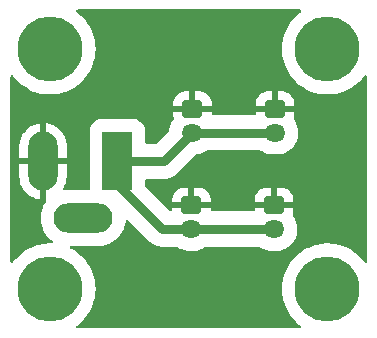
<source format=gbr>
%TF.GenerationSoftware,KiCad,Pcbnew,(6.0.8)*%
%TF.CreationDate,2023-02-02T02:04:23+02:00*%
%TF.ProjectId,dc_ph2_converter,64635f70-6832-45f6-936f-6e7665727465,rev?*%
%TF.SameCoordinates,Original*%
%TF.FileFunction,Copper,L2,Bot*%
%TF.FilePolarity,Positive*%
%FSLAX46Y46*%
G04 Gerber Fmt 4.6, Leading zero omitted, Abs format (unit mm)*
G04 Created by KiCad (PCBNEW (6.0.8)) date 2023-02-02 02:04:23*
%MOMM*%
%LPD*%
G01*
G04 APERTURE LIST*
G04 Aperture macros list*
%AMRoundRect*
0 Rectangle with rounded corners*
0 $1 Rounding radius*
0 $2 $3 $4 $5 $6 $7 $8 $9 X,Y pos of 4 corners*
0 Add a 4 corners polygon primitive as box body*
4,1,4,$2,$3,$4,$5,$6,$7,$8,$9,$2,$3,0*
0 Add four circle primitives for the rounded corners*
1,1,$1+$1,$2,$3*
1,1,$1+$1,$4,$5*
1,1,$1+$1,$6,$7*
1,1,$1+$1,$8,$9*
0 Add four rect primitives between the rounded corners*
20,1,$1+$1,$2,$3,$4,$5,0*
20,1,$1+$1,$4,$5,$6,$7,0*
20,1,$1+$1,$6,$7,$8,$9,0*
20,1,$1+$1,$8,$9,$2,$3,0*%
G04 Aperture macros list end*
%TA.AperFunction,ComponentPad*%
%ADD10C,5.500000*%
%TD*%
%TA.AperFunction,ComponentPad*%
%ADD11RoundRect,0.312500X-0.562500X0.437500X-0.562500X-0.437500X0.562500X-0.437500X0.562500X0.437500X0*%
%TD*%
%TA.AperFunction,ComponentPad*%
%ADD12O,1.750000X1.500000*%
%TD*%
%TA.AperFunction,ComponentPad*%
%ADD13R,2.500000X5.000000*%
%TD*%
%TA.AperFunction,ComponentPad*%
%ADD14O,2.500000X5.000000*%
%TD*%
%TA.AperFunction,ComponentPad*%
%ADD15O,5.000000X2.500000*%
%TD*%
%TA.AperFunction,Conductor*%
%ADD16C,0.800000*%
%TD*%
%TA.AperFunction,Conductor*%
%ADD17C,0.250000*%
%TD*%
G04 APERTURE END LIST*
D10*
%TO.P,,1*%
%TO.N,N/C*%
X93345000Y-78740000D03*
%TD*%
%TO.P,,1*%
%TO.N,N/C*%
X116840000Y-58420000D03*
%TD*%
%TO.P,,1*%
%TO.N,N/C*%
X116840000Y-78740000D03*
%TD*%
%TO.P,REF\u002A\u002A,1*%
%TO.N,N/C*%
X93345000Y-58420000D03*
%TD*%
D11*
%TO.P,J2,1,Pin_1*%
%TO.N,GND*%
X112395000Y-63500000D03*
D12*
%TO.P,J2,2,Pin_2*%
%TO.N,Net-(J1-Pad1)*%
X112395000Y-65500000D03*
%TD*%
D13*
%TO.P,J1,1*%
%TO.N,Net-(J1-Pad1)*%
X99060000Y-67930000D03*
D14*
%TO.P,J1,2*%
%TO.N,GND*%
X92760000Y-67930000D03*
D15*
%TO.P,J1,3*%
%TO.N,N/C*%
X96160000Y-72730000D03*
%TD*%
D11*
%TO.P,J3,1,Pin_1*%
%TO.N,GND*%
X112310000Y-71660000D03*
D12*
%TO.P,J3,2,Pin_2*%
%TO.N,Net-(J1-Pad1)*%
X112310000Y-73660000D03*
%TD*%
D11*
%TO.P,J4,1,Pin_1*%
%TO.N,GND*%
X105325000Y-71660000D03*
D12*
%TO.P,J4,2,Pin_2*%
%TO.N,Net-(J1-Pad1)*%
X105325000Y-73660000D03*
%TD*%
D11*
%TO.P,J5,1,Pin_1*%
%TO.N,GND*%
X105410000Y-63500000D03*
D12*
%TO.P,J5,2,Pin_2*%
%TO.N,Net-(J1-Pad1)*%
X105410000Y-65500000D03*
%TD*%
D16*
%TO.N,Net-(J1-Pad1)*%
X105325000Y-73660000D02*
X112310000Y-73660000D01*
X102980000Y-67930000D02*
X105410000Y-65500000D01*
X105410000Y-65500000D02*
X112395000Y-65500000D01*
X102870000Y-73660000D02*
X105325000Y-73660000D01*
X99060000Y-67930000D02*
X102980000Y-67930000D01*
X99060000Y-69850000D02*
X102870000Y-73660000D01*
D17*
X99060000Y-67930000D02*
X99060000Y-69850000D01*
%TD*%
%TA.AperFunction,Conductor*%
%TO.N,GND*%
G36*
X114571062Y-55095502D02*
G01*
X114617555Y-55149158D01*
X114627659Y-55219432D01*
X114598165Y-55284012D01*
X114574671Y-55305089D01*
X114487617Y-55365368D01*
X114190970Y-55618729D01*
X113921445Y-55900771D01*
X113919488Y-55903285D01*
X113919487Y-55903286D01*
X113695902Y-56190494D01*
X113681802Y-56208606D01*
X113474494Y-56539082D01*
X113473084Y-56541934D01*
X113473080Y-56541942D01*
X113303311Y-56885446D01*
X113301645Y-56888817D01*
X113165023Y-57254229D01*
X113066028Y-57631576D01*
X113065535Y-57634725D01*
X113065533Y-57634734D01*
X113063964Y-57644755D01*
X113005673Y-58016996D01*
X112984575Y-58406542D01*
X113002953Y-58796226D01*
X113003424Y-58799379D01*
X113003425Y-58799387D01*
X113029922Y-58976684D01*
X113060615Y-59182058D01*
X113156974Y-59560087D01*
X113291041Y-59926444D01*
X113461445Y-60277376D01*
X113463117Y-60280083D01*
X113463118Y-60280085D01*
X113484903Y-60315357D01*
X113666441Y-60609292D01*
X113668373Y-60611810D01*
X113668380Y-60611820D01*
X113901988Y-60916264D01*
X113903929Y-60918793D01*
X114171478Y-61202709D01*
X114173883Y-61204793D01*
X114173889Y-61204798D01*
X114463942Y-61456049D01*
X114466349Y-61458134D01*
X114785523Y-61682454D01*
X115125732Y-61873370D01*
X115128646Y-61874637D01*
X115128650Y-61874639D01*
X115275286Y-61938398D01*
X115483493Y-62028929D01*
X115486539Y-62029901D01*
X115852098Y-62146566D01*
X115852106Y-62146568D01*
X115855142Y-62147537D01*
X116062519Y-62191238D01*
X116233756Y-62227324D01*
X116233761Y-62227325D01*
X116236875Y-62227981D01*
X116624783Y-62269436D01*
X116627971Y-62269453D01*
X116627976Y-62269453D01*
X116804869Y-62270379D01*
X117014895Y-62271479D01*
X117162498Y-62257266D01*
X117400051Y-62234393D01*
X117400056Y-62234392D01*
X117403216Y-62234088D01*
X117406335Y-62233465D01*
X117406340Y-62233464D01*
X117594846Y-62195796D01*
X117785770Y-62157646D01*
X118072494Y-62069438D01*
X118155599Y-62043872D01*
X118155602Y-62043871D01*
X118158641Y-62042936D01*
X118161569Y-62041699D01*
X118161575Y-62041697D01*
X118323300Y-61973381D01*
X118518011Y-61891132D01*
X118520814Y-61889598D01*
X118520819Y-61889595D01*
X118668215Y-61808898D01*
X118860200Y-61703789D01*
X119181706Y-61482824D01*
X119184145Y-61480756D01*
X119184151Y-61480751D01*
X119476795Y-61232571D01*
X119479236Y-61230501D01*
X119481442Y-61228209D01*
X119481448Y-61228203D01*
X119747537Y-60951694D01*
X119749744Y-60949401D01*
X119959346Y-60682086D01*
X120017120Y-60640822D01*
X120088031Y-60637342D01*
X120149566Y-60672753D01*
X120182189Y-60735811D01*
X120184500Y-60759833D01*
X120184500Y-76401662D01*
X120164498Y-76469783D01*
X120110842Y-76516276D01*
X120040568Y-76526380D01*
X119975988Y-76496886D01*
X119958806Y-76478714D01*
X119769283Y-76233499D01*
X119769278Y-76233494D01*
X119767331Y-76230974D01*
X119498792Y-75947993D01*
X119203031Y-75693598D01*
X118883076Y-75470395D01*
X118542203Y-75280667D01*
X118539283Y-75279409D01*
X118539278Y-75279407D01*
X118186835Y-75127621D01*
X118186825Y-75127617D01*
X118183901Y-75126358D01*
X117811840Y-75009048D01*
X117539552Y-74952660D01*
X117432954Y-74930584D01*
X117432951Y-74930584D01*
X117429829Y-74929937D01*
X117130771Y-74899032D01*
X117044935Y-74890162D01*
X117044932Y-74890162D01*
X117041779Y-74889836D01*
X117038612Y-74889830D01*
X117038603Y-74889830D01*
X116846353Y-74889495D01*
X116651662Y-74889155D01*
X116480511Y-74906238D01*
X116266658Y-74927583D01*
X116266654Y-74927584D01*
X116263474Y-74927901D01*
X116260334Y-74928540D01*
X116260333Y-74928540D01*
X115884323Y-75005040D01*
X115884316Y-75005042D01*
X115881189Y-75005678D01*
X115878143Y-75006627D01*
X115878142Y-75006627D01*
X115864259Y-75010951D01*
X115508721Y-75121689D01*
X115437613Y-75152019D01*
X115152813Y-75273496D01*
X115152809Y-75273498D01*
X115149883Y-75274746D01*
X115147104Y-75276280D01*
X115147098Y-75276283D01*
X114965230Y-75376680D01*
X114808349Y-75463283D01*
X114805727Y-75465098D01*
X114805723Y-75465101D01*
X114490241Y-75683551D01*
X114487617Y-75685368D01*
X114190970Y-75938729D01*
X113921445Y-76220771D01*
X113919488Y-76223285D01*
X113919487Y-76223286D01*
X113688645Y-76519816D01*
X113681802Y-76528606D01*
X113474494Y-76859082D01*
X113473084Y-76861934D01*
X113473080Y-76861942D01*
X113303311Y-77205446D01*
X113301645Y-77208817D01*
X113165023Y-77574229D01*
X113066028Y-77951576D01*
X113065535Y-77954725D01*
X113065533Y-77954734D01*
X113063964Y-77964755D01*
X113005673Y-78336996D01*
X112984575Y-78726542D01*
X112984725Y-78729723D01*
X112985291Y-78741714D01*
X113002953Y-79116226D01*
X113003424Y-79119379D01*
X113003425Y-79119387D01*
X113015224Y-79198335D01*
X113060615Y-79502058D01*
X113061401Y-79505140D01*
X113061401Y-79505142D01*
X113099228Y-79653540D01*
X113156974Y-79880087D01*
X113291041Y-80246444D01*
X113461445Y-80597376D01*
X113463117Y-80600083D01*
X113463118Y-80600085D01*
X113484903Y-80635357D01*
X113666441Y-80929292D01*
X113668373Y-80931810D01*
X113668380Y-80931820D01*
X113901988Y-81236264D01*
X113903929Y-81238793D01*
X114171478Y-81522709D01*
X114173883Y-81524793D01*
X114173889Y-81524798D01*
X114463532Y-81775694D01*
X114466349Y-81778134D01*
X114575235Y-81854660D01*
X114576306Y-81855413D01*
X114620537Y-81910948D01*
X114627723Y-81981580D01*
X114595582Y-82044884D01*
X114534318Y-82080762D01*
X114503855Y-82084500D01*
X95682651Y-82084500D01*
X95614530Y-82064498D01*
X95568037Y-82010842D01*
X95557933Y-81940568D01*
X95587427Y-81875988D01*
X95611284Y-81854660D01*
X95684068Y-81804637D01*
X95684067Y-81804637D01*
X95686706Y-81802824D01*
X95689145Y-81800756D01*
X95689151Y-81800751D01*
X95981795Y-81552571D01*
X95984236Y-81550501D01*
X95986442Y-81548209D01*
X95986448Y-81548203D01*
X96252537Y-81271694D01*
X96254744Y-81269401D01*
X96495460Y-80962405D01*
X96518109Y-80926579D01*
X96702211Y-80635357D01*
X96703920Y-80632654D01*
X96705340Y-80629806D01*
X96705345Y-80629797D01*
X96876569Y-80286373D01*
X96877989Y-80283525D01*
X97015885Y-79918592D01*
X97026131Y-79880087D01*
X97115376Y-79544678D01*
X97116197Y-79541593D01*
X97122036Y-79505142D01*
X97177392Y-79159537D01*
X97177897Y-79156386D01*
X97180031Y-79119387D01*
X97200256Y-78768610D01*
X97200354Y-78766916D01*
X97200448Y-78740000D01*
X97200363Y-78738317D01*
X97180872Y-78353556D01*
X97180871Y-78353551D01*
X97180711Y-78350383D01*
X97121701Y-77964755D01*
X97024024Y-77587064D01*
X96888679Y-77221177D01*
X96717051Y-76870842D01*
X96510898Y-76539644D01*
X96272331Y-76230974D01*
X96003792Y-75947993D01*
X95708031Y-75693598D01*
X95388076Y-75470395D01*
X95219704Y-75376680D01*
X95111753Y-75316595D01*
X95061958Y-75265988D01*
X95047429Y-75196494D01*
X95072777Y-75130177D01*
X95129955Y-75088092D01*
X95173031Y-75080500D01*
X97486941Y-75080500D01*
X97488981Y-75080366D01*
X97488990Y-75080366D01*
X97713345Y-75065661D01*
X97713349Y-75065660D01*
X97717460Y-75065391D01*
X97721500Y-75064587D01*
X97721503Y-75064587D01*
X98015614Y-75006085D01*
X98015620Y-75006083D01*
X98019659Y-75005280D01*
X98023563Y-75003955D01*
X98023566Y-75003954D01*
X98307521Y-74907564D01*
X98307522Y-74907564D01*
X98311427Y-74906238D01*
X98465811Y-74830104D01*
X98584067Y-74771787D01*
X98584072Y-74771784D01*
X98587771Y-74769960D01*
X98843964Y-74598778D01*
X98847058Y-74596064D01*
X98847064Y-74596060D01*
X99072531Y-74398329D01*
X99075620Y-74395620D01*
X99078329Y-74392531D01*
X99276060Y-74167064D01*
X99276064Y-74167058D01*
X99278778Y-74163964D01*
X99291369Y-74145121D01*
X99447666Y-73911205D01*
X99447667Y-73911204D01*
X99449960Y-73907772D01*
X99458432Y-73890594D01*
X99584414Y-73635125D01*
X99586238Y-73631427D01*
X99592375Y-73613349D01*
X99683954Y-73343566D01*
X99683955Y-73343563D01*
X99685280Y-73339659D01*
X99745391Y-73037460D01*
X99750580Y-72958286D01*
X99774994Y-72891620D01*
X99831575Y-72848736D01*
X99902360Y-72843249D01*
X99965405Y-72877432D01*
X101727147Y-74639174D01*
X101738812Y-74652616D01*
X101744083Y-74659636D01*
X101747825Y-74663212D01*
X101747826Y-74663213D01*
X101822516Y-74734588D01*
X101824560Y-74736587D01*
X101853219Y-74765246D01*
X101855187Y-74766915D01*
X101862621Y-74773220D01*
X101868174Y-74778220D01*
X101922468Y-74830104D01*
X101926734Y-74833014D01*
X101926735Y-74833015D01*
X101953964Y-74851590D01*
X101964452Y-74859580D01*
X101993531Y-74884240D01*
X101997971Y-74886897D01*
X101997972Y-74886898D01*
X102057969Y-74922806D01*
X102064267Y-74926834D01*
X102122017Y-74966228D01*
X102122023Y-74966231D01*
X102126300Y-74969149D01*
X102130994Y-74971328D01*
X102130996Y-74971329D01*
X102144809Y-74977740D01*
X102160878Y-74985199D01*
X102172533Y-74991370D01*
X102200816Y-75008298D01*
X102200823Y-75008301D01*
X102205250Y-75010951D01*
X102210052Y-75012843D01*
X102210053Y-75012843D01*
X102275135Y-75038479D01*
X102282007Y-75041425D01*
X102345407Y-75070855D01*
X102345410Y-75070856D01*
X102350104Y-75073035D01*
X102355090Y-75074418D01*
X102355096Y-75074420D01*
X102386836Y-75083222D01*
X102399331Y-75087402D01*
X102434822Y-75101382D01*
X102508263Y-75117127D01*
X102515512Y-75118908D01*
X102582886Y-75137592D01*
X102582891Y-75137593D01*
X102587871Y-75138974D01*
X102593000Y-75139522D01*
X102593015Y-75139525D01*
X102625783Y-75143027D01*
X102638802Y-75145112D01*
X102671020Y-75152019D01*
X102671029Y-75152020D01*
X102676080Y-75153103D01*
X102681243Y-75153346D01*
X102681247Y-75153347D01*
X102746113Y-75156405D01*
X102751094Y-75156640D01*
X102758548Y-75157214D01*
X102789292Y-75160500D01*
X102829968Y-75160500D01*
X102835903Y-75160640D01*
X102917387Y-75164483D01*
X102917391Y-75164483D01*
X102922547Y-75164726D01*
X102927671Y-75164124D01*
X102927674Y-75164124D01*
X102951201Y-75161360D01*
X102965901Y-75160500D01*
X104076878Y-75160500D01*
X104148698Y-75182973D01*
X104251746Y-75254461D01*
X104251751Y-75254464D01*
X104255499Y-75257064D01*
X104259584Y-75259096D01*
X104259587Y-75259098D01*
X104375162Y-75316595D01*
X104495938Y-75376680D01*
X104500272Y-75378101D01*
X104500275Y-75378102D01*
X104746793Y-75458915D01*
X104746798Y-75458916D01*
X104751126Y-75460335D01*
X104755617Y-75461115D01*
X104755618Y-75461115D01*
X105011936Y-75505620D01*
X105011944Y-75505621D01*
X105015717Y-75506276D01*
X105019554Y-75506467D01*
X105098996Y-75510422D01*
X105099004Y-75510422D01*
X105100567Y-75510500D01*
X105518223Y-75510500D01*
X105520491Y-75510335D01*
X105520503Y-75510335D01*
X105650823Y-75500879D01*
X105717846Y-75496016D01*
X105722301Y-75495032D01*
X105722304Y-75495032D01*
X105975620Y-75439105D01*
X105975624Y-75439104D01*
X105980080Y-75438120D01*
X106147617Y-75374646D01*
X106226941Y-75344593D01*
X106226944Y-75344592D01*
X106231211Y-75342975D01*
X106465976Y-75212574D01*
X106500354Y-75186337D01*
X106566643Y-75160910D01*
X106576797Y-75160500D01*
X111061878Y-75160500D01*
X111133698Y-75182973D01*
X111236746Y-75254461D01*
X111236751Y-75254464D01*
X111240499Y-75257064D01*
X111244584Y-75259096D01*
X111244587Y-75259098D01*
X111360162Y-75316595D01*
X111480938Y-75376680D01*
X111485272Y-75378101D01*
X111485275Y-75378102D01*
X111731793Y-75458915D01*
X111731798Y-75458916D01*
X111736126Y-75460335D01*
X111740617Y-75461115D01*
X111740618Y-75461115D01*
X111996936Y-75505620D01*
X111996944Y-75505621D01*
X112000717Y-75506276D01*
X112004554Y-75506467D01*
X112083996Y-75510422D01*
X112084004Y-75510422D01*
X112085567Y-75510500D01*
X112503223Y-75510500D01*
X112505491Y-75510335D01*
X112505503Y-75510335D01*
X112635823Y-75500879D01*
X112702846Y-75496016D01*
X112707301Y-75495032D01*
X112707304Y-75495032D01*
X112960620Y-75439105D01*
X112960624Y-75439104D01*
X112965080Y-75438120D01*
X113132617Y-75374646D01*
X113211941Y-75344593D01*
X113211944Y-75344592D01*
X113216211Y-75342975D01*
X113450976Y-75212574D01*
X113539373Y-75145112D01*
X113660833Y-75052417D01*
X113660837Y-75052413D01*
X113664458Y-75049650D01*
X113672499Y-75041425D01*
X113848999Y-74860873D01*
X113852185Y-74857614D01*
X113905839Y-74783902D01*
X114007538Y-74644183D01*
X114007540Y-74644180D01*
X114010225Y-74640491D01*
X114069659Y-74527525D01*
X114133140Y-74406868D01*
X114133143Y-74406862D01*
X114135265Y-74402828D01*
X114137811Y-74395620D01*
X114223165Y-74153916D01*
X114223165Y-74153915D01*
X114224688Y-74149603D01*
X114249778Y-74022306D01*
X114275739Y-73890594D01*
X114275740Y-73890588D01*
X114276620Y-73886122D01*
X114289299Y-73631427D01*
X114289745Y-73622474D01*
X114289745Y-73622468D01*
X114289972Y-73617905D01*
X114264466Y-73350569D01*
X114262753Y-73343566D01*
X114201721Y-73094149D01*
X114200636Y-73089715D01*
X114179471Y-73037460D01*
X114101531Y-72845037D01*
X114101531Y-72845036D01*
X114099818Y-72840808D01*
X113964125Y-72609062D01*
X113909664Y-72540962D01*
X113882740Y-72475269D01*
X113890605Y-72421626D01*
X113889320Y-72421233D01*
X113894707Y-72403610D01*
X113933750Y-72209980D01*
X113934912Y-72200722D01*
X113934920Y-72200565D01*
X113935000Y-72197380D01*
X113935000Y-71932115D01*
X113930525Y-71916876D01*
X113929135Y-71915671D01*
X113921452Y-71914000D01*
X113069749Y-71914000D01*
X113030499Y-71907731D01*
X112995135Y-71896138D01*
X112883874Y-71859665D01*
X112879382Y-71858885D01*
X112623064Y-71814380D01*
X112623056Y-71814379D01*
X112619283Y-71813724D01*
X112610622Y-71813293D01*
X112536004Y-71809578D01*
X112535996Y-71809578D01*
X112534433Y-71809500D01*
X112116777Y-71809500D01*
X112114509Y-71809665D01*
X112114497Y-71809665D01*
X111984177Y-71819121D01*
X111917154Y-71823984D01*
X111912699Y-71824968D01*
X111912696Y-71824968D01*
X111659380Y-71880895D01*
X111659376Y-71880896D01*
X111654920Y-71881880D01*
X111591713Y-71905827D01*
X111547072Y-71914000D01*
X110703116Y-71914000D01*
X110687877Y-71918475D01*
X110686672Y-71919865D01*
X110685001Y-71927548D01*
X110685001Y-72033500D01*
X110664999Y-72101621D01*
X110611343Y-72148114D01*
X110559001Y-72159500D01*
X107076000Y-72159500D01*
X107007879Y-72139498D01*
X106961386Y-72085842D01*
X106950000Y-72033500D01*
X106950000Y-71932115D01*
X106945525Y-71916876D01*
X106944135Y-71915671D01*
X106936452Y-71914000D01*
X106084749Y-71914000D01*
X106045499Y-71907731D01*
X106010135Y-71896138D01*
X105898874Y-71859665D01*
X105894382Y-71858885D01*
X105638064Y-71814380D01*
X105638056Y-71814379D01*
X105634283Y-71813724D01*
X105625622Y-71813293D01*
X105551004Y-71809578D01*
X105550996Y-71809578D01*
X105549433Y-71809500D01*
X105131777Y-71809500D01*
X105129509Y-71809665D01*
X105129497Y-71809665D01*
X104999177Y-71819121D01*
X104932154Y-71823984D01*
X104927699Y-71824968D01*
X104927696Y-71824968D01*
X104674380Y-71880895D01*
X104674376Y-71880896D01*
X104669920Y-71881880D01*
X104606713Y-71905827D01*
X104562072Y-71914000D01*
X103718116Y-71914000D01*
X103702877Y-71918475D01*
X103701672Y-71919865D01*
X103700001Y-71927548D01*
X103700001Y-72033500D01*
X103679999Y-72101621D01*
X103626343Y-72148114D01*
X103574001Y-72159500D01*
X103543717Y-72159500D01*
X103475596Y-72139498D01*
X103454622Y-72122595D01*
X102719912Y-71387885D01*
X103700000Y-71387885D01*
X103704475Y-71403124D01*
X103705865Y-71404329D01*
X103713548Y-71406000D01*
X105052885Y-71406000D01*
X105068124Y-71401525D01*
X105069329Y-71400135D01*
X105071000Y-71392452D01*
X105071000Y-71387885D01*
X105579000Y-71387885D01*
X105583475Y-71403124D01*
X105584865Y-71404329D01*
X105592548Y-71406000D01*
X106931884Y-71406000D01*
X106947123Y-71401525D01*
X106948328Y-71400135D01*
X106949999Y-71392452D01*
X106949999Y-71387885D01*
X110685000Y-71387885D01*
X110689475Y-71403124D01*
X110690865Y-71404329D01*
X110698548Y-71406000D01*
X112037885Y-71406000D01*
X112053124Y-71401525D01*
X112054329Y-71400135D01*
X112056000Y-71392452D01*
X112056000Y-71387885D01*
X112564000Y-71387885D01*
X112568475Y-71403124D01*
X112569865Y-71404329D01*
X112577548Y-71406000D01*
X113916884Y-71406000D01*
X113932123Y-71401525D01*
X113933328Y-71400135D01*
X113934999Y-71392452D01*
X113934999Y-71122606D01*
X113934920Y-71119451D01*
X113934911Y-71119278D01*
X113933750Y-71110020D01*
X113894707Y-70916390D01*
X113891124Y-70904668D01*
X113815783Y-70723672D01*
X113809989Y-70712866D01*
X113700928Y-70549954D01*
X113693143Y-70540477D01*
X113554523Y-70401857D01*
X113545046Y-70394072D01*
X113382134Y-70285011D01*
X113371328Y-70279217D01*
X113190332Y-70203876D01*
X113178610Y-70200293D01*
X112984980Y-70161250D01*
X112975722Y-70160088D01*
X112975565Y-70160080D01*
X112972380Y-70160000D01*
X112582115Y-70160000D01*
X112566876Y-70164475D01*
X112565671Y-70165865D01*
X112564000Y-70173548D01*
X112564000Y-71387885D01*
X112056000Y-71387885D01*
X112056000Y-70178116D01*
X112051525Y-70162877D01*
X112050135Y-70161672D01*
X112042452Y-70160001D01*
X111647606Y-70160001D01*
X111644451Y-70160080D01*
X111644278Y-70160089D01*
X111635020Y-70161250D01*
X111441390Y-70200293D01*
X111429668Y-70203876D01*
X111248672Y-70279217D01*
X111237866Y-70285011D01*
X111074954Y-70394072D01*
X111065477Y-70401857D01*
X110926857Y-70540477D01*
X110919072Y-70549954D01*
X110810011Y-70712866D01*
X110804217Y-70723672D01*
X110728876Y-70904668D01*
X110725293Y-70916390D01*
X110686250Y-71110020D01*
X110685088Y-71119278D01*
X110685080Y-71119435D01*
X110685000Y-71122620D01*
X110685000Y-71387885D01*
X106949999Y-71387885D01*
X106949999Y-71122606D01*
X106949920Y-71119451D01*
X106949911Y-71119278D01*
X106948750Y-71110020D01*
X106909707Y-70916390D01*
X106906124Y-70904668D01*
X106830783Y-70723672D01*
X106824989Y-70712866D01*
X106715928Y-70549954D01*
X106708143Y-70540477D01*
X106569523Y-70401857D01*
X106560046Y-70394072D01*
X106397134Y-70285011D01*
X106386328Y-70279217D01*
X106205332Y-70203876D01*
X106193610Y-70200293D01*
X105999980Y-70161250D01*
X105990722Y-70160088D01*
X105990565Y-70160080D01*
X105987380Y-70160000D01*
X105597115Y-70160000D01*
X105581876Y-70164475D01*
X105580671Y-70165865D01*
X105579000Y-70173548D01*
X105579000Y-71387885D01*
X105071000Y-71387885D01*
X105071000Y-70178116D01*
X105066525Y-70162877D01*
X105065135Y-70161672D01*
X105057452Y-70160001D01*
X104662606Y-70160001D01*
X104659451Y-70160080D01*
X104659278Y-70160089D01*
X104650020Y-70161250D01*
X104456390Y-70200293D01*
X104444668Y-70203876D01*
X104263672Y-70279217D01*
X104252866Y-70285011D01*
X104089954Y-70394072D01*
X104080477Y-70401857D01*
X103941857Y-70540477D01*
X103934072Y-70549954D01*
X103825011Y-70712866D01*
X103819217Y-70723672D01*
X103743876Y-70904668D01*
X103740293Y-70916390D01*
X103701250Y-71110020D01*
X103700088Y-71119278D01*
X103700080Y-71119435D01*
X103700000Y-71122620D01*
X103700000Y-71387885D01*
X102719912Y-71387885D01*
X101447405Y-70115378D01*
X101413379Y-70053066D01*
X101410500Y-70026283D01*
X101410500Y-69556500D01*
X101430502Y-69488379D01*
X101484158Y-69441886D01*
X101536500Y-69430500D01*
X102864268Y-69430500D01*
X102882021Y-69431757D01*
X102885588Y-69432265D01*
X102885593Y-69432265D01*
X102890706Y-69432993D01*
X102895868Y-69432876D01*
X102895871Y-69432876D01*
X102999150Y-69430532D01*
X103002009Y-69430500D01*
X103042554Y-69430500D01*
X103045109Y-69430290D01*
X103045133Y-69430289D01*
X103054839Y-69429491D01*
X103062298Y-69429099D01*
X103137382Y-69427395D01*
X103142454Y-69426437D01*
X103142460Y-69426436D01*
X103174847Y-69420316D01*
X103187916Y-69418549D01*
X103220759Y-69415849D01*
X103220764Y-69415848D01*
X103225911Y-69415425D01*
X103259273Y-69407045D01*
X103298746Y-69397131D01*
X103306045Y-69395526D01*
X103374753Y-69382543D01*
X103374754Y-69382543D01*
X103379833Y-69381583D01*
X103384684Y-69379808D01*
X103384687Y-69379807D01*
X103402414Y-69373320D01*
X103415637Y-69368481D01*
X103428236Y-69364605D01*
X103439657Y-69361736D01*
X103460206Y-69356575D01*
X103460210Y-69356574D01*
X103465217Y-69355316D01*
X103500267Y-69340076D01*
X103534087Y-69325371D01*
X103541027Y-69322595D01*
X103611545Y-69296789D01*
X103644723Y-69278017D01*
X103656528Y-69272131D01*
X103656998Y-69271927D01*
X103691493Y-69256928D01*
X103695828Y-69254124D01*
X103695831Y-69254122D01*
X103719841Y-69238589D01*
X103754545Y-69216138D01*
X103760927Y-69212273D01*
X103821795Y-69177836D01*
X103821803Y-69177831D01*
X103826297Y-69175288D01*
X103830319Y-69172043D01*
X103830326Y-69172038D01*
X103855977Y-69151341D01*
X103866651Y-69143614D01*
X103898661Y-69122905D01*
X103954203Y-69072365D01*
X103959871Y-69067508D01*
X103981326Y-69050197D01*
X103981334Y-69050190D01*
X103983945Y-69048083D01*
X104012702Y-69019326D01*
X104016998Y-69015227D01*
X104077333Y-68960327D01*
X104077336Y-68960324D01*
X104081158Y-68956846D01*
X104099043Y-68934199D01*
X104108822Y-68923205D01*
X105654473Y-67377554D01*
X105716785Y-67343528D01*
X105734449Y-67340979D01*
X105780937Y-67337606D01*
X105802846Y-67336016D01*
X105807301Y-67335032D01*
X105807304Y-67335032D01*
X106060620Y-67279105D01*
X106060624Y-67279104D01*
X106065080Y-67278120D01*
X106232617Y-67214646D01*
X106311941Y-67184593D01*
X106311944Y-67184592D01*
X106316211Y-67182975D01*
X106550976Y-67052574D01*
X106585354Y-67026337D01*
X106651643Y-67000910D01*
X106661797Y-67000500D01*
X111146878Y-67000500D01*
X111218698Y-67022973D01*
X111321746Y-67094461D01*
X111321751Y-67094464D01*
X111325499Y-67097064D01*
X111329584Y-67099096D01*
X111329587Y-67099098D01*
X111445719Y-67156872D01*
X111565938Y-67216680D01*
X111570272Y-67218101D01*
X111570275Y-67218102D01*
X111816793Y-67298915D01*
X111816798Y-67298916D01*
X111821126Y-67300335D01*
X111825617Y-67301115D01*
X111825618Y-67301115D01*
X112081936Y-67345620D01*
X112081944Y-67345621D01*
X112085717Y-67346276D01*
X112089554Y-67346467D01*
X112168996Y-67350422D01*
X112169004Y-67350422D01*
X112170567Y-67350500D01*
X112588223Y-67350500D01*
X112590491Y-67350335D01*
X112590503Y-67350335D01*
X112720823Y-67340879D01*
X112787846Y-67336016D01*
X112792301Y-67335032D01*
X112792304Y-67335032D01*
X113045620Y-67279105D01*
X113045624Y-67279104D01*
X113050080Y-67278120D01*
X113217617Y-67214646D01*
X113296941Y-67184593D01*
X113296944Y-67184592D01*
X113301211Y-67182975D01*
X113535976Y-67052574D01*
X113604209Y-67000500D01*
X113745833Y-66892417D01*
X113745837Y-66892413D01*
X113749458Y-66889650D01*
X113937185Y-66697614D01*
X113988147Y-66627600D01*
X114092538Y-66484183D01*
X114092540Y-66484180D01*
X114095225Y-66480491D01*
X114188344Y-66303500D01*
X114218140Y-66246868D01*
X114218143Y-66246862D01*
X114220265Y-66242828D01*
X114309688Y-65989603D01*
X114361620Y-65726122D01*
X114361847Y-65721566D01*
X114374745Y-65462474D01*
X114374745Y-65462468D01*
X114374972Y-65457905D01*
X114349466Y-65190569D01*
X114346667Y-65179127D01*
X114286721Y-64934149D01*
X114285636Y-64929715D01*
X114273926Y-64900803D01*
X114186531Y-64685037D01*
X114186531Y-64685036D01*
X114184818Y-64680808D01*
X114049125Y-64449062D01*
X113994664Y-64380962D01*
X113967740Y-64315269D01*
X113975605Y-64261626D01*
X113974320Y-64261233D01*
X113979707Y-64243610D01*
X114018750Y-64049980D01*
X114019912Y-64040722D01*
X114019920Y-64040565D01*
X114020000Y-64037380D01*
X114020000Y-63772115D01*
X114015525Y-63756876D01*
X114014135Y-63755671D01*
X114006452Y-63754000D01*
X113154749Y-63754000D01*
X113115499Y-63747731D01*
X113080135Y-63736138D01*
X112968874Y-63699665D01*
X112964382Y-63698885D01*
X112708064Y-63654380D01*
X112708056Y-63654379D01*
X112704283Y-63653724D01*
X112695622Y-63653293D01*
X112621004Y-63649578D01*
X112620996Y-63649578D01*
X112619433Y-63649500D01*
X112201777Y-63649500D01*
X112199509Y-63649665D01*
X112199497Y-63649665D01*
X112069177Y-63659121D01*
X112002154Y-63663984D01*
X111997699Y-63664968D01*
X111997696Y-63664968D01*
X111744380Y-63720895D01*
X111744376Y-63720896D01*
X111739920Y-63721880D01*
X111676713Y-63745827D01*
X111632072Y-63754000D01*
X110788116Y-63754000D01*
X110772877Y-63758475D01*
X110771672Y-63759865D01*
X110770001Y-63767548D01*
X110770001Y-63873500D01*
X110749999Y-63941621D01*
X110696343Y-63988114D01*
X110644001Y-63999500D01*
X107161000Y-63999500D01*
X107092879Y-63979498D01*
X107046386Y-63925842D01*
X107035000Y-63873500D01*
X107035000Y-63772115D01*
X107030525Y-63756876D01*
X107029135Y-63755671D01*
X107021452Y-63754000D01*
X106169749Y-63754000D01*
X106130499Y-63747731D01*
X106095135Y-63736138D01*
X105983874Y-63699665D01*
X105979382Y-63698885D01*
X105723064Y-63654380D01*
X105723056Y-63654379D01*
X105719283Y-63653724D01*
X105710622Y-63653293D01*
X105636004Y-63649578D01*
X105635996Y-63649578D01*
X105634433Y-63649500D01*
X105216777Y-63649500D01*
X105214509Y-63649665D01*
X105214497Y-63649665D01*
X105084177Y-63659121D01*
X105017154Y-63663984D01*
X105012699Y-63664968D01*
X105012696Y-63664968D01*
X104759380Y-63720895D01*
X104759376Y-63720896D01*
X104754920Y-63721880D01*
X104691713Y-63745827D01*
X104647072Y-63754000D01*
X103803116Y-63754000D01*
X103787877Y-63758475D01*
X103786672Y-63759865D01*
X103785001Y-63767548D01*
X103785001Y-64037394D01*
X103785080Y-64040549D01*
X103785089Y-64040722D01*
X103786250Y-64049980D01*
X103825293Y-64243610D01*
X103830680Y-64261233D01*
X103829148Y-64261701D01*
X103836016Y-64324527D01*
X103813849Y-64376526D01*
X103750413Y-64463678D01*
X103709775Y-64519509D01*
X103707651Y-64523547D01*
X103586860Y-64753132D01*
X103586857Y-64753138D01*
X103584735Y-64757172D01*
X103583215Y-64761477D01*
X103583213Y-64761481D01*
X103498298Y-65001940D01*
X103495312Y-65010397D01*
X103443380Y-65273878D01*
X103443153Y-65278432D01*
X103443153Y-65278434D01*
X103442089Y-65299804D01*
X103418724Y-65366846D01*
X103405340Y-65382632D01*
X102395378Y-66392595D01*
X102333066Y-66426620D01*
X102306283Y-66429500D01*
X101536499Y-66429500D01*
X101468378Y-66409498D01*
X101421885Y-66355842D01*
X101410499Y-66303500D01*
X101410499Y-65345744D01*
X101407499Y-65297188D01*
X101402396Y-65273878D01*
X101363867Y-65097907D01*
X101363867Y-65097906D01*
X101362585Y-65092052D01*
X101279690Y-64899110D01*
X101161807Y-64725324D01*
X101147172Y-64710714D01*
X101087188Y-64650835D01*
X101013188Y-64576964D01*
X101008221Y-64573607D01*
X101008218Y-64573605D01*
X100922704Y-64515817D01*
X100839197Y-64459385D01*
X100824283Y-64453008D01*
X100779299Y-64433775D01*
X100646110Y-64376827D01*
X100557557Y-64357600D01*
X100445659Y-64333305D01*
X100445657Y-64333305D01*
X100440896Y-64332271D01*
X100430031Y-64331625D01*
X100396113Y-64329610D01*
X100396104Y-64329610D01*
X100394257Y-64329500D01*
X99092270Y-64329500D01*
X97725744Y-64329501D01*
X97723806Y-64329621D01*
X97723797Y-64329621D01*
X97692464Y-64331557D01*
X97677188Y-64332501D01*
X97672455Y-64333537D01*
X97672450Y-64333538D01*
X97480547Y-64375555D01*
X97472052Y-64377415D01*
X97342624Y-64433022D01*
X97286754Y-64457026D01*
X97279110Y-64460310D01*
X97105324Y-64578193D01*
X96956964Y-64726812D01*
X96953607Y-64731779D01*
X96953605Y-64731782D01*
X96931067Y-64765134D01*
X96839385Y-64900803D01*
X96756827Y-65093890D01*
X96712271Y-65299104D01*
X96711982Y-65303969D01*
X96709616Y-65343797D01*
X96709500Y-65345743D01*
X96709500Y-65347599D01*
X96709501Y-70253500D01*
X96689499Y-70321621D01*
X96635843Y-70368114D01*
X96583501Y-70379500D01*
X94833059Y-70379500D01*
X94831019Y-70379634D01*
X94831010Y-70379634D01*
X94632487Y-70392646D01*
X94602540Y-70394609D01*
X94601368Y-70394842D01*
X94531892Y-70384004D01*
X94478795Y-70336874D01*
X94459608Y-70268519D01*
X94476645Y-70206738D01*
X94558412Y-70065966D01*
X94562313Y-70058003D01*
X94665301Y-69803739D01*
X94668045Y-69795295D01*
X94734179Y-69529058D01*
X94735706Y-69520307D01*
X94759672Y-69286393D01*
X94760000Y-69279977D01*
X94760000Y-68202115D01*
X94755525Y-68186876D01*
X94754135Y-68185671D01*
X94746452Y-68184000D01*
X93032115Y-68184000D01*
X93016876Y-68188475D01*
X93015671Y-68189865D01*
X93014000Y-68197548D01*
X93014000Y-71150647D01*
X93023891Y-71184333D01*
X93042328Y-71213021D01*
X93042328Y-71284017D01*
X93026197Y-71318522D01*
X92969668Y-71403124D01*
X92870040Y-71552228D01*
X92733762Y-71828573D01*
X92732436Y-71832478D01*
X92732436Y-71832479D01*
X92641075Y-72101621D01*
X92634720Y-72120341D01*
X92633917Y-72124380D01*
X92633915Y-72124386D01*
X92578374Y-72403610D01*
X92574609Y-72422540D01*
X92554457Y-72730000D01*
X92554727Y-72734119D01*
X92561462Y-72836869D01*
X92574609Y-73037460D01*
X92634720Y-73339659D01*
X92636045Y-73343563D01*
X92636046Y-73343566D01*
X92727625Y-73613349D01*
X92733762Y-73631427D01*
X92870040Y-73907771D01*
X93041222Y-74163964D01*
X93043936Y-74167058D01*
X93043940Y-74167064D01*
X93241671Y-74392531D01*
X93244380Y-74395620D01*
X93247469Y-74398329D01*
X93472936Y-74596060D01*
X93472942Y-74596064D01*
X93476036Y-74598778D01*
X93532421Y-74636453D01*
X93566138Y-74658982D01*
X93611666Y-74713459D01*
X93620514Y-74783902D01*
X93589873Y-74847946D01*
X93529471Y-74885257D01*
X93495916Y-74889747D01*
X93388953Y-74889560D01*
X93156662Y-74889155D01*
X92985511Y-74906238D01*
X92771658Y-74927583D01*
X92771654Y-74927584D01*
X92768474Y-74927901D01*
X92765334Y-74928540D01*
X92765333Y-74928540D01*
X92389323Y-75005040D01*
X92389316Y-75005042D01*
X92386189Y-75005678D01*
X92383143Y-75006627D01*
X92383142Y-75006627D01*
X92369259Y-75010951D01*
X92013721Y-75121689D01*
X91942613Y-75152019D01*
X91657813Y-75273496D01*
X91657809Y-75273498D01*
X91654883Y-75274746D01*
X91652104Y-75276280D01*
X91652098Y-75276283D01*
X91470230Y-75376680D01*
X91313349Y-75463283D01*
X91310727Y-75465098D01*
X91310723Y-75465101D01*
X90995241Y-75683551D01*
X90992617Y-75685368D01*
X90695970Y-75938729D01*
X90426445Y-76220771D01*
X90424488Y-76223285D01*
X90424487Y-76223286D01*
X90225925Y-76478350D01*
X90168296Y-76519816D01*
X90097397Y-76523543D01*
X90035738Y-76488347D01*
X90002896Y-76425404D01*
X90000500Y-76400950D01*
X90000500Y-69249931D01*
X90760000Y-69249931D01*
X90760158Y-69254381D01*
X90774580Y-69458070D01*
X90775833Y-69466880D01*
X90833570Y-69735061D01*
X90836046Y-69743582D01*
X90930996Y-70000954D01*
X90934651Y-70009049D01*
X91064917Y-70250475D01*
X91069676Y-70257973D01*
X91232650Y-70478622D01*
X91238435Y-70485396D01*
X91430867Y-70680873D01*
X91437545Y-70686761D01*
X91655608Y-70853183D01*
X91663034Y-70858060D01*
X91902387Y-70992104D01*
X91910413Y-70995881D01*
X92166274Y-71094866D01*
X92174747Y-71097473D01*
X92441994Y-71159417D01*
X92450771Y-71160807D01*
X92487954Y-71164028D01*
X92502915Y-71161008D01*
X92506000Y-71149286D01*
X92506000Y-68202115D01*
X92501525Y-68186876D01*
X92500135Y-68185671D01*
X92492452Y-68184000D01*
X90778115Y-68184000D01*
X90762876Y-68188475D01*
X90761671Y-68189865D01*
X90760000Y-68197548D01*
X90760000Y-69249931D01*
X90000500Y-69249931D01*
X90000500Y-67657885D01*
X90760000Y-67657885D01*
X90764475Y-67673124D01*
X90765865Y-67674329D01*
X90773548Y-67676000D01*
X92487885Y-67676000D01*
X92503124Y-67671525D01*
X92504329Y-67670135D01*
X92506000Y-67662452D01*
X92506000Y-67657885D01*
X93014000Y-67657885D01*
X93018475Y-67673124D01*
X93019865Y-67674329D01*
X93027548Y-67676000D01*
X94741885Y-67676000D01*
X94757124Y-67671525D01*
X94758329Y-67670135D01*
X94760000Y-67662452D01*
X94760000Y-66610069D01*
X94759842Y-66605619D01*
X94745420Y-66401930D01*
X94744167Y-66393120D01*
X94686430Y-66124939D01*
X94683954Y-66116418D01*
X94589004Y-65859046D01*
X94585349Y-65850951D01*
X94455083Y-65609525D01*
X94450324Y-65602027D01*
X94287350Y-65381378D01*
X94281565Y-65374604D01*
X94089133Y-65179127D01*
X94082455Y-65173239D01*
X93864392Y-65006817D01*
X93856966Y-65001940D01*
X93617613Y-64867896D01*
X93609587Y-64864119D01*
X93353726Y-64765134D01*
X93345253Y-64762527D01*
X93078006Y-64700583D01*
X93069229Y-64699193D01*
X93032046Y-64695972D01*
X93017085Y-64698992D01*
X93014000Y-64710714D01*
X93014000Y-67657885D01*
X92506000Y-67657885D01*
X92506000Y-64709353D01*
X92502359Y-64696952D01*
X92486540Y-64695109D01*
X92235269Y-64745089D01*
X92226712Y-64747430D01*
X91967865Y-64838331D01*
X91959731Y-64841851D01*
X91716284Y-64968312D01*
X91708712Y-64972951D01*
X91485516Y-65132449D01*
X91478675Y-65138109D01*
X91280180Y-65327465D01*
X91274202Y-65334034D01*
X91104369Y-65549466D01*
X91099376Y-65556814D01*
X90961591Y-65794027D01*
X90957687Y-65801997D01*
X90854699Y-66056261D01*
X90851955Y-66064705D01*
X90785821Y-66330942D01*
X90784294Y-66339693D01*
X90760328Y-66573607D01*
X90760000Y-66580024D01*
X90760000Y-67657885D01*
X90000500Y-67657885D01*
X90000500Y-63227885D01*
X103785000Y-63227885D01*
X103789475Y-63243124D01*
X103790865Y-63244329D01*
X103798548Y-63246000D01*
X105137885Y-63246000D01*
X105153124Y-63241525D01*
X105154329Y-63240135D01*
X105156000Y-63232452D01*
X105156000Y-63227885D01*
X105664000Y-63227885D01*
X105668475Y-63243124D01*
X105669865Y-63244329D01*
X105677548Y-63246000D01*
X107016884Y-63246000D01*
X107032123Y-63241525D01*
X107033328Y-63240135D01*
X107034999Y-63232452D01*
X107034999Y-63227885D01*
X110770000Y-63227885D01*
X110774475Y-63243124D01*
X110775865Y-63244329D01*
X110783548Y-63246000D01*
X112122885Y-63246000D01*
X112138124Y-63241525D01*
X112139329Y-63240135D01*
X112141000Y-63232452D01*
X112141000Y-63227885D01*
X112649000Y-63227885D01*
X112653475Y-63243124D01*
X112654865Y-63244329D01*
X112662548Y-63246000D01*
X114001884Y-63246000D01*
X114017123Y-63241525D01*
X114018328Y-63240135D01*
X114019999Y-63232452D01*
X114019999Y-62962606D01*
X114019920Y-62959451D01*
X114019911Y-62959278D01*
X114018750Y-62950020D01*
X113979707Y-62756390D01*
X113976124Y-62744668D01*
X113900783Y-62563672D01*
X113894989Y-62552866D01*
X113785928Y-62389954D01*
X113778143Y-62380477D01*
X113639523Y-62241857D01*
X113630046Y-62234072D01*
X113467134Y-62125011D01*
X113456328Y-62119217D01*
X113275332Y-62043876D01*
X113263610Y-62040293D01*
X113069980Y-62001250D01*
X113060722Y-62000088D01*
X113060565Y-62000080D01*
X113057380Y-62000000D01*
X112667115Y-62000000D01*
X112651876Y-62004475D01*
X112650671Y-62005865D01*
X112649000Y-62013548D01*
X112649000Y-63227885D01*
X112141000Y-63227885D01*
X112141000Y-62018116D01*
X112136525Y-62002877D01*
X112135135Y-62001672D01*
X112127452Y-62000001D01*
X111732606Y-62000001D01*
X111729451Y-62000080D01*
X111729278Y-62000089D01*
X111720020Y-62001250D01*
X111526390Y-62040293D01*
X111514668Y-62043876D01*
X111333672Y-62119217D01*
X111322866Y-62125011D01*
X111159954Y-62234072D01*
X111150477Y-62241857D01*
X111011857Y-62380477D01*
X111004072Y-62389954D01*
X110895011Y-62552866D01*
X110889217Y-62563672D01*
X110813876Y-62744668D01*
X110810293Y-62756390D01*
X110771250Y-62950020D01*
X110770088Y-62959278D01*
X110770080Y-62959435D01*
X110770000Y-62962620D01*
X110770000Y-63227885D01*
X107034999Y-63227885D01*
X107034999Y-62962606D01*
X107034920Y-62959451D01*
X107034911Y-62959278D01*
X107033750Y-62950020D01*
X106994707Y-62756390D01*
X106991124Y-62744668D01*
X106915783Y-62563672D01*
X106909989Y-62552866D01*
X106800928Y-62389954D01*
X106793143Y-62380477D01*
X106654523Y-62241857D01*
X106645046Y-62234072D01*
X106482134Y-62125011D01*
X106471328Y-62119217D01*
X106290332Y-62043876D01*
X106278610Y-62040293D01*
X106084980Y-62001250D01*
X106075722Y-62000088D01*
X106075565Y-62000080D01*
X106072380Y-62000000D01*
X105682115Y-62000000D01*
X105666876Y-62004475D01*
X105665671Y-62005865D01*
X105664000Y-62013548D01*
X105664000Y-63227885D01*
X105156000Y-63227885D01*
X105156000Y-62018116D01*
X105151525Y-62002877D01*
X105150135Y-62001672D01*
X105142452Y-62000001D01*
X104747606Y-62000001D01*
X104744451Y-62000080D01*
X104744278Y-62000089D01*
X104735020Y-62001250D01*
X104541390Y-62040293D01*
X104529668Y-62043876D01*
X104348672Y-62119217D01*
X104337866Y-62125011D01*
X104174954Y-62234072D01*
X104165477Y-62241857D01*
X104026857Y-62380477D01*
X104019072Y-62389954D01*
X103910011Y-62552866D01*
X103904217Y-62563672D01*
X103828876Y-62744668D01*
X103825293Y-62756390D01*
X103786250Y-62950020D01*
X103785088Y-62959278D01*
X103785080Y-62959435D01*
X103785000Y-62962620D01*
X103785000Y-63227885D01*
X90000500Y-63227885D01*
X90000500Y-60757702D01*
X90020502Y-60689581D01*
X90074158Y-60643088D01*
X90144432Y-60632984D01*
X90209012Y-60662478D01*
X90226462Y-60680997D01*
X90408929Y-60918793D01*
X90676478Y-61202709D01*
X90678883Y-61204793D01*
X90678889Y-61204798D01*
X90968942Y-61456049D01*
X90971349Y-61458134D01*
X91290523Y-61682454D01*
X91630732Y-61873370D01*
X91633646Y-61874637D01*
X91633650Y-61874639D01*
X91780286Y-61938398D01*
X91988493Y-62028929D01*
X91991539Y-62029901D01*
X92357098Y-62146566D01*
X92357106Y-62146568D01*
X92360142Y-62147537D01*
X92567519Y-62191238D01*
X92738756Y-62227324D01*
X92738761Y-62227325D01*
X92741875Y-62227981D01*
X93129783Y-62269436D01*
X93132971Y-62269453D01*
X93132976Y-62269453D01*
X93309869Y-62270379D01*
X93519895Y-62271479D01*
X93667498Y-62257266D01*
X93905051Y-62234393D01*
X93905056Y-62234392D01*
X93908216Y-62234088D01*
X93911335Y-62233465D01*
X93911340Y-62233464D01*
X94099846Y-62195796D01*
X94290770Y-62157646D01*
X94577494Y-62069438D01*
X94660599Y-62043872D01*
X94660602Y-62043871D01*
X94663641Y-62042936D01*
X94666569Y-62041699D01*
X94666575Y-62041697D01*
X94828300Y-61973381D01*
X95023011Y-61891132D01*
X95025814Y-61889598D01*
X95025819Y-61889595D01*
X95173215Y-61808898D01*
X95365200Y-61703789D01*
X95686706Y-61482824D01*
X95689145Y-61480756D01*
X95689151Y-61480751D01*
X95981795Y-61232571D01*
X95984236Y-61230501D01*
X95986442Y-61228209D01*
X95986448Y-61228203D01*
X96252537Y-60951694D01*
X96254744Y-60949401D01*
X96495460Y-60642405D01*
X96518109Y-60606579D01*
X96702211Y-60315357D01*
X96703920Y-60312654D01*
X96705340Y-60309806D01*
X96705345Y-60309797D01*
X96876569Y-59966373D01*
X96877989Y-59963525D01*
X97015885Y-59598592D01*
X97026131Y-59560087D01*
X97115376Y-59224678D01*
X97116197Y-59221593D01*
X97122036Y-59185142D01*
X97177392Y-58839537D01*
X97177897Y-58836386D01*
X97180031Y-58799387D01*
X97200256Y-58448610D01*
X97200354Y-58446916D01*
X97200448Y-58420000D01*
X97200363Y-58418317D01*
X97180872Y-58033556D01*
X97180871Y-58033551D01*
X97180711Y-58030383D01*
X97121701Y-57644755D01*
X97024024Y-57267064D01*
X96888679Y-56901177D01*
X96717051Y-56550842D01*
X96510898Y-56219644D01*
X96272331Y-55910974D01*
X96003792Y-55627993D01*
X95708031Y-55373598D01*
X95609467Y-55304839D01*
X95565041Y-55249460D01*
X95557609Y-55178853D01*
X95589529Y-55115437D01*
X95650667Y-55079345D01*
X95681557Y-55075500D01*
X114502941Y-55075500D01*
X114571062Y-55095502D01*
G37*
%TD.AperFunction*%
%TD*%
M02*

</source>
